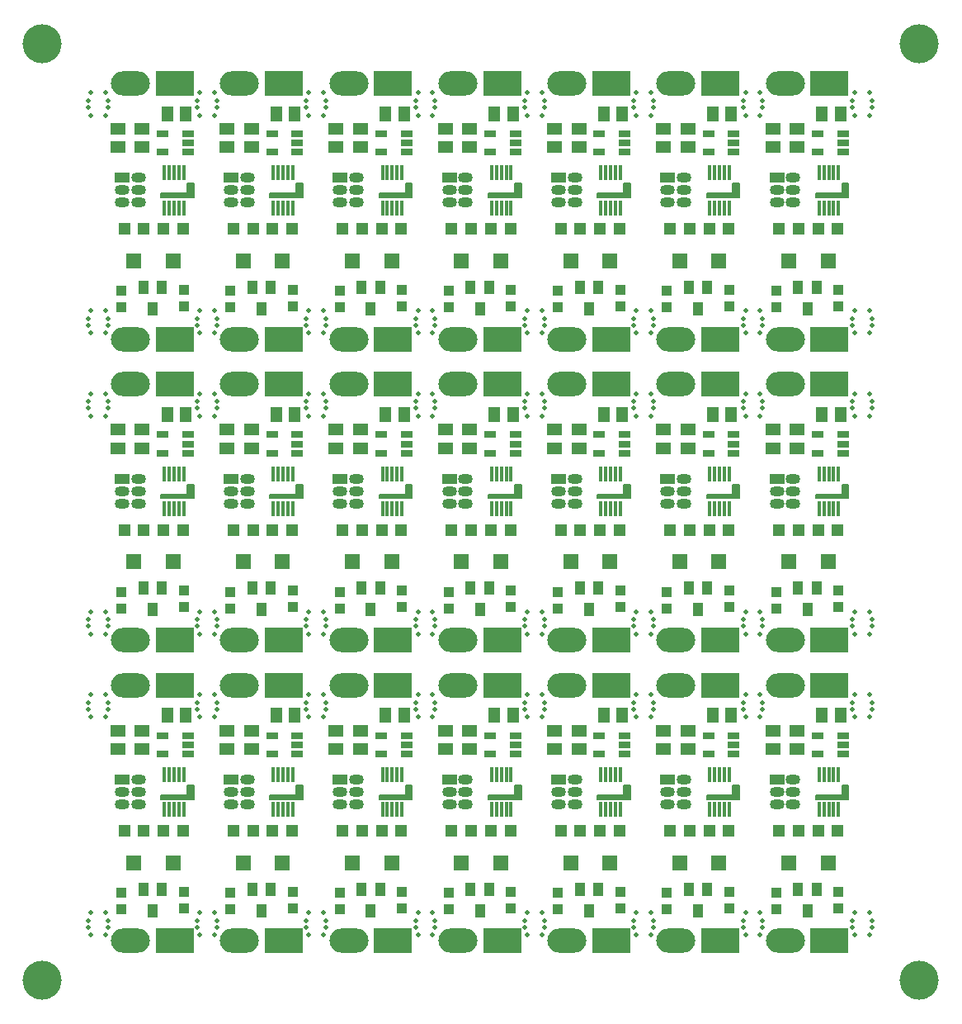
<source format=gts>
G04 (created by PCBNEW (2013-08-09 BZR 4280)-product) date Fri 09 Aug 2013 07:25:22 PM CEST*
%MOIN*%
G04 Gerber Fmt 3.4, Leading zero omitted, Abs format*
%FSLAX34Y34*%
G01*
G70*
G90*
G04 APERTURE LIST*
%ADD10C,0.005906*%
%ADD11C,0.019685*%
%ADD12R,0.049213X0.025591*%
%ADD13R,0.039370X0.055118*%
%ADD14R,0.047200X0.047200*%
%ADD15R,0.063000X0.059100*%
%ADD16R,0.043300X0.039300*%
%ADD17R,0.059000X0.051100*%
%ADD18R,0.051100X0.059000*%
%ADD19R,0.157480X0.098425*%
%ADD20O,0.157480X0.098425*%
%ADD21R,0.011811X0.062992*%
%ADD22R,0.059055X0.041339*%
%ADD23O,0.059055X0.041339*%
%ADD24C,0.157480*%
G04 APERTURE END LIST*
G54D10*
G54D11*
X74488Y-60049D03*
X75177Y-60639D03*
X75177Y-59734D03*
X74586Y-60639D03*
X74488Y-60324D03*
X74586Y-59734D03*
X75275Y-60324D03*
X75275Y-60049D03*
X74488Y-68848D03*
X75177Y-69438D03*
X75177Y-68533D03*
X74586Y-69438D03*
X74488Y-69124D03*
X74586Y-68533D03*
X75275Y-69124D03*
X75275Y-68848D03*
G54D12*
X78523Y-62135D03*
X78523Y-61761D03*
X78523Y-61387D03*
X77500Y-61387D03*
X77500Y-62135D03*
G54D13*
X77460Y-67588D03*
X76712Y-67588D03*
X77086Y-68454D03*
G54D14*
X78317Y-65235D03*
X77529Y-65235D03*
G54D15*
X77923Y-66515D03*
G54D14*
X76732Y-65235D03*
X75944Y-65235D03*
G54D15*
X76338Y-66515D03*
G54D16*
X78346Y-68355D03*
X78346Y-67687D03*
X75826Y-67727D03*
X75826Y-68395D03*
G54D17*
X76673Y-61938D03*
X76673Y-61190D03*
G54D18*
X77677Y-60580D03*
X78425Y-60580D03*
G54D17*
X75688Y-61938D03*
X75688Y-61190D03*
G54D19*
X77980Y-69675D03*
G54D20*
X76192Y-69675D03*
G54D19*
X77980Y-59360D03*
G54D20*
X76192Y-59360D03*
G54D21*
X77559Y-64379D03*
X77755Y-64379D03*
X77952Y-64379D03*
X78149Y-64379D03*
X78346Y-64379D03*
X78346Y-62962D03*
X78149Y-62962D03*
X77952Y-62962D03*
X77755Y-62962D03*
X77559Y-62962D03*
G54D22*
X75852Y-63171D03*
G54D23*
X76509Y-63171D03*
X75852Y-63671D03*
X76509Y-63671D03*
X75852Y-64171D03*
X76509Y-64171D03*
G54D11*
X74488Y-47903D03*
X75177Y-48494D03*
X75177Y-47588D03*
X74586Y-48494D03*
X74488Y-48179D03*
X74586Y-47588D03*
X75275Y-48179D03*
X75275Y-47903D03*
X74488Y-56702D03*
X75177Y-57293D03*
X75177Y-56387D03*
X74586Y-57293D03*
X74488Y-56978D03*
X74586Y-56387D03*
X75275Y-56978D03*
X75275Y-56702D03*
G54D12*
X78523Y-49990D03*
X78523Y-49616D03*
X78523Y-49242D03*
X77500Y-49242D03*
X77500Y-49990D03*
G54D13*
X77460Y-55442D03*
X76712Y-55442D03*
X77086Y-56309D03*
G54D14*
X78317Y-53090D03*
X77529Y-53090D03*
G54D15*
X77923Y-54370D03*
G54D14*
X76732Y-53090D03*
X75944Y-53090D03*
G54D15*
X76338Y-54370D03*
G54D16*
X78346Y-56209D03*
X78346Y-55541D03*
X75826Y-55581D03*
X75826Y-56249D03*
G54D17*
X76673Y-49793D03*
X76673Y-49045D03*
G54D18*
X77677Y-48435D03*
X78425Y-48435D03*
G54D17*
X75688Y-49793D03*
X75688Y-49045D03*
G54D19*
X77980Y-57529D03*
G54D20*
X76192Y-57529D03*
G54D19*
X77980Y-47214D03*
G54D20*
X76192Y-47214D03*
G54D21*
X77559Y-52234D03*
X77755Y-52234D03*
X77952Y-52234D03*
X78149Y-52234D03*
X78346Y-52234D03*
X78346Y-50816D03*
X78149Y-50816D03*
X77952Y-50816D03*
X77755Y-50816D03*
X77559Y-50816D03*
G54D22*
X75852Y-51025D03*
G54D23*
X76509Y-51025D03*
X75852Y-51525D03*
X76509Y-51525D03*
X75852Y-52025D03*
X76509Y-52025D03*
G54D11*
X74488Y-35757D03*
X75177Y-36348D03*
X75177Y-35442D03*
X74586Y-36348D03*
X74488Y-36033D03*
X74586Y-35442D03*
X75275Y-36033D03*
X75275Y-35757D03*
X74488Y-44557D03*
X75177Y-45147D03*
X75177Y-44242D03*
X74586Y-45147D03*
X74488Y-44832D03*
X74586Y-44242D03*
X75275Y-44832D03*
X75275Y-44557D03*
G54D12*
X78523Y-37844D03*
X78523Y-37470D03*
X78523Y-37096D03*
X77500Y-37096D03*
X77500Y-37844D03*
G54D13*
X77460Y-43297D03*
X76712Y-43297D03*
X77086Y-44163D03*
G54D14*
X78317Y-40944D03*
X77529Y-40944D03*
G54D15*
X77923Y-42224D03*
G54D14*
X76732Y-40944D03*
X75944Y-40944D03*
G54D15*
X76338Y-42224D03*
G54D16*
X78346Y-44064D03*
X78346Y-43396D03*
X75826Y-43435D03*
X75826Y-44103D03*
G54D17*
X76673Y-37647D03*
X76673Y-36899D03*
G54D18*
X77677Y-36289D03*
X78425Y-36289D03*
G54D17*
X75688Y-37647D03*
X75688Y-36899D03*
G54D19*
X77980Y-45383D03*
G54D20*
X76192Y-45383D03*
G54D19*
X77980Y-35068D03*
G54D20*
X76192Y-35068D03*
G54D21*
X77559Y-40088D03*
X77755Y-40088D03*
X77952Y-40088D03*
X78149Y-40088D03*
X78346Y-40088D03*
X78346Y-38671D03*
X78149Y-38671D03*
X77952Y-38671D03*
X77755Y-38671D03*
X77559Y-38671D03*
G54D22*
X75852Y-38879D03*
G54D23*
X76509Y-38879D03*
X75852Y-39379D03*
X76509Y-39379D03*
X75852Y-39879D03*
X76509Y-39879D03*
G54D22*
X80261Y-38879D03*
G54D23*
X80919Y-38879D03*
X80261Y-39379D03*
X80919Y-39379D03*
X80261Y-39879D03*
X80919Y-39879D03*
G54D21*
X81968Y-40088D03*
X82165Y-40088D03*
X82362Y-40088D03*
X82559Y-40088D03*
X82755Y-40088D03*
X82755Y-38671D03*
X82559Y-38671D03*
X82362Y-38671D03*
X82165Y-38671D03*
X81968Y-38671D03*
G54D19*
X82389Y-35068D03*
G54D20*
X80602Y-35068D03*
G54D19*
X82389Y-45383D03*
G54D20*
X80602Y-45383D03*
G54D17*
X80098Y-37647D03*
X80098Y-36899D03*
G54D18*
X82086Y-36289D03*
X82834Y-36289D03*
G54D17*
X81082Y-37647D03*
X81082Y-36899D03*
G54D16*
X80236Y-43435D03*
X80236Y-44103D03*
X82755Y-44064D03*
X82755Y-43396D03*
G54D14*
X81142Y-40944D03*
X80354Y-40944D03*
G54D15*
X80748Y-42224D03*
G54D14*
X82726Y-40944D03*
X81938Y-40944D03*
G54D15*
X82332Y-42224D03*
G54D13*
X81870Y-43297D03*
X81122Y-43297D03*
X81496Y-44163D03*
G54D12*
X82933Y-37844D03*
X82933Y-37470D03*
X82933Y-37096D03*
X81909Y-37096D03*
X81909Y-37844D03*
G54D11*
X78897Y-44557D03*
X79586Y-45147D03*
X79586Y-44242D03*
X78996Y-45147D03*
X78897Y-44832D03*
X78996Y-44242D03*
X79685Y-44832D03*
X79685Y-44557D03*
X78897Y-35757D03*
X79586Y-36348D03*
X79586Y-35442D03*
X78996Y-36348D03*
X78897Y-36033D03*
X78996Y-35442D03*
X79685Y-36033D03*
X79685Y-35757D03*
G54D22*
X80261Y-51025D03*
G54D23*
X80919Y-51025D03*
X80261Y-51525D03*
X80919Y-51525D03*
X80261Y-52025D03*
X80919Y-52025D03*
G54D21*
X81968Y-52234D03*
X82165Y-52234D03*
X82362Y-52234D03*
X82559Y-52234D03*
X82755Y-52234D03*
X82755Y-50816D03*
X82559Y-50816D03*
X82362Y-50816D03*
X82165Y-50816D03*
X81968Y-50816D03*
G54D19*
X82389Y-47214D03*
G54D20*
X80602Y-47214D03*
G54D19*
X82389Y-57529D03*
G54D20*
X80602Y-57529D03*
G54D17*
X80098Y-49793D03*
X80098Y-49045D03*
G54D18*
X82086Y-48435D03*
X82834Y-48435D03*
G54D17*
X81082Y-49793D03*
X81082Y-49045D03*
G54D16*
X80236Y-55581D03*
X80236Y-56249D03*
X82755Y-56209D03*
X82755Y-55541D03*
G54D14*
X81142Y-53090D03*
X80354Y-53090D03*
G54D15*
X80748Y-54370D03*
G54D14*
X82726Y-53090D03*
X81938Y-53090D03*
G54D15*
X82332Y-54370D03*
G54D13*
X81870Y-55442D03*
X81122Y-55442D03*
X81496Y-56309D03*
G54D12*
X82933Y-49990D03*
X82933Y-49616D03*
X82933Y-49242D03*
X81909Y-49242D03*
X81909Y-49990D03*
G54D11*
X78897Y-56702D03*
X79586Y-57293D03*
X79586Y-56387D03*
X78996Y-57293D03*
X78897Y-56978D03*
X78996Y-56387D03*
X79685Y-56978D03*
X79685Y-56702D03*
X78897Y-47903D03*
X79586Y-48494D03*
X79586Y-47588D03*
X78996Y-48494D03*
X78897Y-48179D03*
X78996Y-47588D03*
X79685Y-48179D03*
X79685Y-47903D03*
G54D22*
X80261Y-63171D03*
G54D23*
X80919Y-63171D03*
X80261Y-63671D03*
X80919Y-63671D03*
X80261Y-64171D03*
X80919Y-64171D03*
G54D21*
X81968Y-64379D03*
X82165Y-64379D03*
X82362Y-64379D03*
X82559Y-64379D03*
X82755Y-64379D03*
X82755Y-62962D03*
X82559Y-62962D03*
X82362Y-62962D03*
X82165Y-62962D03*
X81968Y-62962D03*
G54D19*
X82389Y-59360D03*
G54D20*
X80602Y-59360D03*
G54D19*
X82389Y-69675D03*
G54D20*
X80602Y-69675D03*
G54D17*
X80098Y-61938D03*
X80098Y-61190D03*
G54D18*
X82086Y-60580D03*
X82834Y-60580D03*
G54D17*
X81082Y-61938D03*
X81082Y-61190D03*
G54D16*
X80236Y-67727D03*
X80236Y-68395D03*
X82755Y-68355D03*
X82755Y-67687D03*
G54D14*
X81142Y-65235D03*
X80354Y-65235D03*
G54D15*
X80748Y-66515D03*
G54D14*
X82726Y-65235D03*
X81938Y-65235D03*
G54D15*
X82332Y-66515D03*
G54D13*
X81870Y-67588D03*
X81122Y-67588D03*
X81496Y-68454D03*
G54D12*
X82933Y-62135D03*
X82933Y-61761D03*
X82933Y-61387D03*
X81909Y-61387D03*
X81909Y-62135D03*
G54D11*
X78897Y-68848D03*
X79586Y-69438D03*
X79586Y-68533D03*
X78996Y-69438D03*
X78897Y-69124D03*
X78996Y-68533D03*
X79685Y-69124D03*
X79685Y-68848D03*
X78897Y-60049D03*
X79586Y-60639D03*
X79586Y-59734D03*
X78996Y-60639D03*
X78897Y-60324D03*
X78996Y-59734D03*
X79685Y-60324D03*
X79685Y-60049D03*
X83307Y-60049D03*
X83996Y-60639D03*
X83996Y-59734D03*
X83405Y-60639D03*
X83307Y-60324D03*
X83405Y-59734D03*
X84094Y-60324D03*
X84094Y-60049D03*
X83307Y-68848D03*
X83996Y-69438D03*
X83996Y-68533D03*
X83405Y-69438D03*
X83307Y-69124D03*
X83405Y-68533D03*
X84094Y-69124D03*
X84094Y-68848D03*
G54D12*
X87342Y-62135D03*
X87342Y-61761D03*
X87342Y-61387D03*
X86318Y-61387D03*
X86318Y-62135D03*
G54D13*
X86279Y-67588D03*
X85531Y-67588D03*
X85905Y-68454D03*
G54D14*
X87136Y-65235D03*
X86348Y-65235D03*
G54D15*
X86742Y-66515D03*
G54D14*
X85551Y-65235D03*
X84763Y-65235D03*
G54D15*
X85157Y-66515D03*
G54D16*
X87165Y-68355D03*
X87165Y-67687D03*
X84645Y-67727D03*
X84645Y-68395D03*
G54D17*
X85492Y-61938D03*
X85492Y-61190D03*
G54D18*
X86496Y-60580D03*
X87244Y-60580D03*
G54D17*
X84507Y-61938D03*
X84507Y-61190D03*
G54D19*
X86799Y-69675D03*
G54D20*
X85011Y-69675D03*
G54D19*
X86799Y-59360D03*
G54D20*
X85011Y-59360D03*
G54D21*
X86377Y-64379D03*
X86574Y-64379D03*
X86771Y-64379D03*
X86968Y-64379D03*
X87165Y-64379D03*
X87165Y-62962D03*
X86968Y-62962D03*
X86771Y-62962D03*
X86574Y-62962D03*
X86377Y-62962D03*
G54D22*
X84671Y-63171D03*
G54D23*
X85328Y-63171D03*
X84671Y-63671D03*
X85328Y-63671D03*
X84671Y-64171D03*
X85328Y-64171D03*
G54D11*
X83307Y-47903D03*
X83996Y-48494D03*
X83996Y-47588D03*
X83405Y-48494D03*
X83307Y-48179D03*
X83405Y-47588D03*
X84094Y-48179D03*
X84094Y-47903D03*
X83307Y-56702D03*
X83996Y-57293D03*
X83996Y-56387D03*
X83405Y-57293D03*
X83307Y-56978D03*
X83405Y-56387D03*
X84094Y-56978D03*
X84094Y-56702D03*
G54D12*
X87342Y-49990D03*
X87342Y-49616D03*
X87342Y-49242D03*
X86318Y-49242D03*
X86318Y-49990D03*
G54D13*
X86279Y-55442D03*
X85531Y-55442D03*
X85905Y-56309D03*
G54D14*
X87136Y-53090D03*
X86348Y-53090D03*
G54D15*
X86742Y-54370D03*
G54D14*
X85551Y-53090D03*
X84763Y-53090D03*
G54D15*
X85157Y-54370D03*
G54D16*
X87165Y-56209D03*
X87165Y-55541D03*
X84645Y-55581D03*
X84645Y-56249D03*
G54D17*
X85492Y-49793D03*
X85492Y-49045D03*
G54D18*
X86496Y-48435D03*
X87244Y-48435D03*
G54D17*
X84507Y-49793D03*
X84507Y-49045D03*
G54D19*
X86799Y-57529D03*
G54D20*
X85011Y-57529D03*
G54D19*
X86799Y-47214D03*
G54D20*
X85011Y-47214D03*
G54D21*
X86377Y-52234D03*
X86574Y-52234D03*
X86771Y-52234D03*
X86968Y-52234D03*
X87165Y-52234D03*
X87165Y-50816D03*
X86968Y-50816D03*
X86771Y-50816D03*
X86574Y-50816D03*
X86377Y-50816D03*
G54D22*
X84671Y-51025D03*
G54D23*
X85328Y-51025D03*
X84671Y-51525D03*
X85328Y-51525D03*
X84671Y-52025D03*
X85328Y-52025D03*
G54D11*
X83307Y-35757D03*
X83996Y-36348D03*
X83996Y-35442D03*
X83405Y-36348D03*
X83307Y-36033D03*
X83405Y-35442D03*
X84094Y-36033D03*
X84094Y-35757D03*
X83307Y-44557D03*
X83996Y-45147D03*
X83996Y-44242D03*
X83405Y-45147D03*
X83307Y-44832D03*
X83405Y-44242D03*
X84094Y-44832D03*
X84094Y-44557D03*
G54D12*
X87342Y-37844D03*
X87342Y-37470D03*
X87342Y-37096D03*
X86318Y-37096D03*
X86318Y-37844D03*
G54D13*
X86279Y-43297D03*
X85531Y-43297D03*
X85905Y-44163D03*
G54D14*
X87136Y-40944D03*
X86348Y-40944D03*
G54D15*
X86742Y-42224D03*
G54D14*
X85551Y-40944D03*
X84763Y-40944D03*
G54D15*
X85157Y-42224D03*
G54D16*
X87165Y-44064D03*
X87165Y-43396D03*
X84645Y-43435D03*
X84645Y-44103D03*
G54D17*
X85492Y-37647D03*
X85492Y-36899D03*
G54D18*
X86496Y-36289D03*
X87244Y-36289D03*
G54D17*
X84507Y-37647D03*
X84507Y-36899D03*
G54D19*
X86799Y-45383D03*
G54D20*
X85011Y-45383D03*
G54D19*
X86799Y-35068D03*
G54D20*
X85011Y-35068D03*
G54D21*
X86377Y-40088D03*
X86574Y-40088D03*
X86771Y-40088D03*
X86968Y-40088D03*
X87165Y-40088D03*
X87165Y-38671D03*
X86968Y-38671D03*
X86771Y-38671D03*
X86574Y-38671D03*
X86377Y-38671D03*
G54D22*
X84671Y-38879D03*
G54D23*
X85328Y-38879D03*
X84671Y-39379D03*
X85328Y-39379D03*
X84671Y-39879D03*
X85328Y-39879D03*
G54D22*
X93490Y-38879D03*
G54D23*
X94147Y-38879D03*
X93490Y-39379D03*
X94147Y-39379D03*
X93490Y-39879D03*
X94147Y-39879D03*
G54D21*
X95196Y-40088D03*
X95393Y-40088D03*
X95590Y-40088D03*
X95787Y-40088D03*
X95984Y-40088D03*
X95984Y-38671D03*
X95787Y-38671D03*
X95590Y-38671D03*
X95393Y-38671D03*
X95196Y-38671D03*
G54D19*
X95618Y-35068D03*
G54D20*
X93830Y-35068D03*
G54D19*
X95618Y-45383D03*
G54D20*
X93830Y-45383D03*
G54D17*
X93326Y-37647D03*
X93326Y-36899D03*
G54D18*
X95314Y-36289D03*
X96062Y-36289D03*
G54D17*
X94311Y-37647D03*
X94311Y-36899D03*
G54D16*
X93464Y-43435D03*
X93464Y-44103D03*
X95984Y-44064D03*
X95984Y-43396D03*
G54D14*
X94370Y-40944D03*
X93582Y-40944D03*
G54D15*
X93976Y-42224D03*
G54D14*
X95955Y-40944D03*
X95167Y-40944D03*
G54D15*
X95561Y-42224D03*
G54D13*
X95098Y-43297D03*
X94350Y-43297D03*
X94724Y-44163D03*
G54D12*
X96161Y-37844D03*
X96161Y-37470D03*
X96161Y-37096D03*
X95137Y-37096D03*
X95137Y-37844D03*
G54D11*
X96535Y-44557D03*
X97224Y-45147D03*
X97224Y-44242D03*
X96633Y-45147D03*
X96535Y-44832D03*
X96633Y-44242D03*
X97322Y-44832D03*
X97322Y-44557D03*
G54D22*
X93490Y-51025D03*
G54D23*
X94147Y-51025D03*
X93490Y-51525D03*
X94147Y-51525D03*
X93490Y-52025D03*
X94147Y-52025D03*
G54D21*
X95196Y-52234D03*
X95393Y-52234D03*
X95590Y-52234D03*
X95787Y-52234D03*
X95984Y-52234D03*
X95984Y-50816D03*
X95787Y-50816D03*
X95590Y-50816D03*
X95393Y-50816D03*
X95196Y-50816D03*
G54D19*
X95618Y-47214D03*
G54D20*
X93830Y-47214D03*
G54D19*
X95618Y-57529D03*
G54D20*
X93830Y-57529D03*
G54D17*
X93326Y-49793D03*
X93326Y-49045D03*
G54D18*
X95314Y-48435D03*
X96062Y-48435D03*
G54D17*
X94311Y-49793D03*
X94311Y-49045D03*
G54D16*
X93464Y-55581D03*
X93464Y-56249D03*
X95984Y-56209D03*
X95984Y-55541D03*
G54D14*
X94370Y-53090D03*
X93582Y-53090D03*
G54D15*
X93976Y-54370D03*
G54D14*
X95955Y-53090D03*
X95167Y-53090D03*
G54D15*
X95561Y-54370D03*
G54D13*
X95098Y-55442D03*
X94350Y-55442D03*
X94724Y-56309D03*
G54D12*
X96161Y-49990D03*
X96161Y-49616D03*
X96161Y-49242D03*
X95137Y-49242D03*
X95137Y-49990D03*
G54D11*
X96535Y-47903D03*
X97224Y-48494D03*
X97224Y-47588D03*
X96633Y-48494D03*
X96535Y-48179D03*
X96633Y-47588D03*
X97322Y-48179D03*
X97322Y-47903D03*
G54D22*
X93490Y-63171D03*
G54D23*
X94147Y-63171D03*
X93490Y-63671D03*
X94147Y-63671D03*
X93490Y-64171D03*
X94147Y-64171D03*
G54D21*
X95196Y-64379D03*
X95393Y-64379D03*
X95590Y-64379D03*
X95787Y-64379D03*
X95984Y-64379D03*
X95984Y-62962D03*
X95787Y-62962D03*
X95590Y-62962D03*
X95393Y-62962D03*
X95196Y-62962D03*
G54D19*
X95618Y-59360D03*
G54D20*
X93830Y-59360D03*
G54D19*
X95618Y-69675D03*
G54D20*
X93830Y-69675D03*
G54D17*
X93326Y-61938D03*
X93326Y-61190D03*
G54D18*
X95314Y-60580D03*
X96062Y-60580D03*
G54D17*
X94311Y-61938D03*
X94311Y-61190D03*
G54D16*
X93464Y-67727D03*
X93464Y-68395D03*
X95984Y-68355D03*
X95984Y-67687D03*
G54D14*
X94370Y-65235D03*
X93582Y-65235D03*
G54D15*
X93976Y-66515D03*
G54D14*
X95955Y-65235D03*
X95167Y-65235D03*
G54D15*
X95561Y-66515D03*
G54D13*
X95098Y-67588D03*
X94350Y-67588D03*
X94724Y-68454D03*
G54D12*
X96161Y-62135D03*
X96161Y-61761D03*
X96161Y-61387D03*
X95137Y-61387D03*
X95137Y-62135D03*
G54D11*
X92125Y-60049D03*
X92814Y-60639D03*
X92814Y-59734D03*
X92224Y-60639D03*
X92125Y-60324D03*
X92224Y-59734D03*
X92913Y-60324D03*
X92913Y-60049D03*
X87716Y-60049D03*
X88405Y-60639D03*
X88405Y-59734D03*
X87814Y-60639D03*
X87716Y-60324D03*
X87814Y-59734D03*
X88503Y-60324D03*
X88503Y-60049D03*
X92125Y-68848D03*
X92814Y-69438D03*
X92814Y-68533D03*
X92224Y-69438D03*
X92125Y-69124D03*
X92224Y-68533D03*
X92913Y-69124D03*
X92913Y-68848D03*
X87716Y-68848D03*
X88405Y-69438D03*
X88405Y-68533D03*
X87814Y-69438D03*
X87716Y-69124D03*
X87814Y-68533D03*
X88503Y-69124D03*
X88503Y-68848D03*
G54D12*
X91751Y-62135D03*
X91751Y-61761D03*
X91751Y-61387D03*
X90728Y-61387D03*
X90728Y-62135D03*
G54D13*
X90688Y-67588D03*
X89940Y-67588D03*
X90314Y-68454D03*
G54D14*
X91545Y-65235D03*
X90757Y-65235D03*
G54D15*
X91151Y-66515D03*
G54D14*
X89960Y-65235D03*
X89172Y-65235D03*
G54D15*
X89566Y-66515D03*
G54D16*
X91574Y-68355D03*
X91574Y-67687D03*
X89055Y-67727D03*
X89055Y-68395D03*
G54D17*
X89901Y-61938D03*
X89901Y-61190D03*
G54D18*
X90905Y-60580D03*
X91653Y-60580D03*
G54D17*
X88917Y-61938D03*
X88917Y-61190D03*
G54D19*
X91208Y-69675D03*
G54D20*
X89421Y-69675D03*
G54D19*
X91208Y-59360D03*
G54D20*
X89421Y-59360D03*
G54D21*
X90787Y-64379D03*
X90984Y-64379D03*
X91181Y-64379D03*
X91377Y-64379D03*
X91574Y-64379D03*
X91574Y-62962D03*
X91377Y-62962D03*
X91181Y-62962D03*
X90984Y-62962D03*
X90787Y-62962D03*
G54D22*
X89080Y-63171D03*
G54D23*
X89738Y-63171D03*
X89080Y-63671D03*
X89738Y-63671D03*
X89080Y-64171D03*
X89738Y-64171D03*
G54D11*
X92125Y-47903D03*
X92814Y-48494D03*
X92814Y-47588D03*
X92224Y-48494D03*
X92125Y-48179D03*
X92224Y-47588D03*
X92913Y-48179D03*
X92913Y-47903D03*
X87716Y-47903D03*
X88405Y-48494D03*
X88405Y-47588D03*
X87814Y-48494D03*
X87716Y-48179D03*
X87814Y-47588D03*
X88503Y-48179D03*
X88503Y-47903D03*
X92125Y-56702D03*
X92814Y-57293D03*
X92814Y-56387D03*
X92224Y-57293D03*
X92125Y-56978D03*
X92224Y-56387D03*
X92913Y-56978D03*
X92913Y-56702D03*
X87716Y-56702D03*
X88405Y-57293D03*
X88405Y-56387D03*
X87814Y-57293D03*
X87716Y-56978D03*
X87814Y-56387D03*
X88503Y-56978D03*
X88503Y-56702D03*
G54D12*
X91751Y-49990D03*
X91751Y-49616D03*
X91751Y-49242D03*
X90728Y-49242D03*
X90728Y-49990D03*
G54D13*
X90688Y-55442D03*
X89940Y-55442D03*
X90314Y-56309D03*
G54D14*
X91545Y-53090D03*
X90757Y-53090D03*
G54D15*
X91151Y-54370D03*
G54D14*
X89960Y-53090D03*
X89172Y-53090D03*
G54D15*
X89566Y-54370D03*
G54D16*
X91574Y-56209D03*
X91574Y-55541D03*
X89055Y-55581D03*
X89055Y-56249D03*
G54D17*
X89901Y-49793D03*
X89901Y-49045D03*
G54D18*
X90905Y-48435D03*
X91653Y-48435D03*
G54D17*
X88917Y-49793D03*
X88917Y-49045D03*
G54D19*
X91208Y-57529D03*
G54D20*
X89421Y-57529D03*
G54D19*
X91208Y-47214D03*
G54D20*
X89421Y-47214D03*
G54D21*
X90787Y-52234D03*
X90984Y-52234D03*
X91181Y-52234D03*
X91377Y-52234D03*
X91574Y-52234D03*
X91574Y-50816D03*
X91377Y-50816D03*
X91181Y-50816D03*
X90984Y-50816D03*
X90787Y-50816D03*
G54D22*
X89080Y-51025D03*
G54D23*
X89738Y-51025D03*
X89080Y-51525D03*
X89738Y-51525D03*
X89080Y-52025D03*
X89738Y-52025D03*
G54D11*
X92125Y-35757D03*
X92814Y-36348D03*
X92814Y-35442D03*
X92224Y-36348D03*
X92125Y-36033D03*
X92224Y-35442D03*
X92913Y-36033D03*
X92913Y-35757D03*
X87716Y-35757D03*
X88405Y-36348D03*
X88405Y-35442D03*
X87814Y-36348D03*
X87716Y-36033D03*
X87814Y-35442D03*
X88503Y-36033D03*
X88503Y-35757D03*
X92125Y-44557D03*
X92814Y-45147D03*
X92814Y-44242D03*
X92224Y-45147D03*
X92125Y-44832D03*
X92224Y-44242D03*
X92913Y-44832D03*
X92913Y-44557D03*
X87716Y-44557D03*
X88405Y-45147D03*
X88405Y-44242D03*
X87814Y-45147D03*
X87716Y-44832D03*
X87814Y-44242D03*
X88503Y-44832D03*
X88503Y-44557D03*
G54D12*
X91751Y-37844D03*
X91751Y-37470D03*
X91751Y-37096D03*
X90728Y-37096D03*
X90728Y-37844D03*
G54D13*
X90688Y-43297D03*
X89940Y-43297D03*
X90314Y-44163D03*
G54D14*
X91545Y-40944D03*
X90757Y-40944D03*
G54D15*
X91151Y-42224D03*
G54D14*
X89960Y-40944D03*
X89172Y-40944D03*
G54D15*
X89566Y-42224D03*
G54D16*
X91574Y-44064D03*
X91574Y-43396D03*
X89055Y-43435D03*
X89055Y-44103D03*
G54D17*
X89901Y-37647D03*
X89901Y-36899D03*
G54D18*
X90905Y-36289D03*
X91653Y-36289D03*
G54D17*
X88917Y-37647D03*
X88917Y-36899D03*
G54D19*
X91208Y-45383D03*
G54D20*
X89421Y-45383D03*
G54D19*
X91208Y-35068D03*
G54D20*
X89421Y-35068D03*
G54D21*
X90787Y-40088D03*
X90984Y-40088D03*
X91181Y-40088D03*
X91377Y-40088D03*
X91574Y-40088D03*
X91574Y-38671D03*
X91377Y-38671D03*
X91181Y-38671D03*
X90984Y-38671D03*
X90787Y-38671D03*
G54D22*
X89080Y-38879D03*
G54D23*
X89738Y-38879D03*
X89080Y-39379D03*
X89738Y-39379D03*
X89080Y-39879D03*
X89738Y-39879D03*
G54D22*
X97899Y-38879D03*
G54D23*
X98557Y-38879D03*
X97899Y-39379D03*
X98557Y-39379D03*
X97899Y-39879D03*
X98557Y-39879D03*
G54D21*
X99606Y-40088D03*
X99803Y-40088D03*
X100000Y-40088D03*
X100196Y-40088D03*
X100393Y-40088D03*
X100393Y-38671D03*
X100196Y-38671D03*
X100000Y-38671D03*
X99803Y-38671D03*
X99606Y-38671D03*
G54D19*
X100027Y-35068D03*
G54D20*
X98240Y-35068D03*
G54D19*
X100027Y-45383D03*
G54D20*
X98240Y-45383D03*
G54D17*
X97736Y-37647D03*
X97736Y-36899D03*
G54D18*
X99724Y-36289D03*
X100472Y-36289D03*
G54D17*
X98720Y-37647D03*
X98720Y-36899D03*
G54D16*
X97874Y-43435D03*
X97874Y-44103D03*
X100393Y-44064D03*
X100393Y-43396D03*
G54D14*
X98779Y-40944D03*
X97991Y-40944D03*
G54D15*
X98385Y-42224D03*
G54D14*
X100364Y-40944D03*
X99576Y-40944D03*
G54D15*
X99970Y-42224D03*
G54D13*
X99507Y-43297D03*
X98759Y-43297D03*
X99133Y-44163D03*
G54D12*
X100570Y-37844D03*
X100570Y-37470D03*
X100570Y-37096D03*
X99547Y-37096D03*
X99547Y-37844D03*
G54D11*
X96535Y-44557D03*
X97224Y-45147D03*
X97224Y-44242D03*
X96633Y-45147D03*
X96535Y-44832D03*
X96633Y-44242D03*
X97322Y-44832D03*
X97322Y-44557D03*
X100944Y-44557D03*
X101633Y-45147D03*
X101633Y-44242D03*
X101043Y-45147D03*
X100944Y-44832D03*
X101043Y-44242D03*
X101732Y-44832D03*
X101732Y-44557D03*
X96535Y-35757D03*
X97224Y-36348D03*
X97224Y-35442D03*
X96633Y-36348D03*
X96535Y-36033D03*
X96633Y-35442D03*
X97322Y-36033D03*
X97322Y-35757D03*
G54D22*
X97899Y-51025D03*
G54D23*
X98557Y-51025D03*
X97899Y-51525D03*
X98557Y-51525D03*
X97899Y-52025D03*
X98557Y-52025D03*
G54D21*
X99606Y-52234D03*
X99803Y-52234D03*
X100000Y-52234D03*
X100196Y-52234D03*
X100393Y-52234D03*
X100393Y-50816D03*
X100196Y-50816D03*
X100000Y-50816D03*
X99803Y-50816D03*
X99606Y-50816D03*
G54D19*
X100027Y-47214D03*
G54D20*
X98240Y-47214D03*
G54D19*
X100027Y-57529D03*
G54D20*
X98240Y-57529D03*
G54D17*
X97736Y-49793D03*
X97736Y-49045D03*
G54D18*
X99724Y-48435D03*
X100472Y-48435D03*
G54D17*
X98720Y-49793D03*
X98720Y-49045D03*
G54D16*
X97874Y-55581D03*
X97874Y-56249D03*
X100393Y-56209D03*
X100393Y-55541D03*
G54D14*
X98779Y-53090D03*
X97991Y-53090D03*
G54D15*
X98385Y-54370D03*
G54D14*
X100364Y-53090D03*
X99576Y-53090D03*
G54D15*
X99970Y-54370D03*
G54D13*
X99507Y-55442D03*
X98759Y-55442D03*
X99133Y-56309D03*
G54D12*
X100570Y-49990D03*
X100570Y-49616D03*
X100570Y-49242D03*
X99547Y-49242D03*
X99547Y-49990D03*
G54D11*
X96535Y-56702D03*
X97224Y-57293D03*
X97224Y-56387D03*
X96633Y-57293D03*
X96535Y-56978D03*
X96633Y-56387D03*
X97322Y-56978D03*
X97322Y-56702D03*
X96535Y-47903D03*
X97224Y-48494D03*
X97224Y-47588D03*
X96633Y-48494D03*
X96535Y-48179D03*
X96633Y-47588D03*
X97322Y-48179D03*
X97322Y-47903D03*
X100944Y-47903D03*
X101633Y-48494D03*
X101633Y-47588D03*
X101043Y-48494D03*
X100944Y-48179D03*
X101043Y-47588D03*
X101732Y-48179D03*
X101732Y-47903D03*
G54D22*
X97899Y-63171D03*
G54D23*
X98557Y-63171D03*
X97899Y-63671D03*
X98557Y-63671D03*
X97899Y-64171D03*
X98557Y-64171D03*
G54D21*
X99606Y-64379D03*
X99803Y-64379D03*
X100000Y-64379D03*
X100196Y-64379D03*
X100393Y-64379D03*
X100393Y-62962D03*
X100196Y-62962D03*
X100000Y-62962D03*
X99803Y-62962D03*
X99606Y-62962D03*
G54D19*
X100027Y-59360D03*
G54D20*
X98240Y-59360D03*
G54D19*
X100027Y-69675D03*
G54D20*
X98240Y-69675D03*
G54D17*
X97736Y-61938D03*
X97736Y-61190D03*
G54D18*
X99724Y-60580D03*
X100472Y-60580D03*
G54D17*
X98720Y-61938D03*
X98720Y-61190D03*
G54D16*
X97874Y-67727D03*
X97874Y-68395D03*
X100393Y-68355D03*
X100393Y-67687D03*
G54D14*
X98779Y-65235D03*
X97991Y-65235D03*
G54D15*
X98385Y-66515D03*
G54D14*
X100364Y-65235D03*
X99576Y-65235D03*
G54D15*
X99970Y-66515D03*
G54D13*
X99507Y-67588D03*
X98759Y-67588D03*
X99133Y-68454D03*
G54D12*
X100570Y-62135D03*
X100570Y-61761D03*
X100570Y-61387D03*
X99547Y-61387D03*
X99547Y-62135D03*
G54D11*
X96535Y-68848D03*
X97224Y-69438D03*
X97224Y-68533D03*
X96633Y-69438D03*
X96535Y-69124D03*
X96633Y-68533D03*
X97322Y-69124D03*
X97322Y-68848D03*
X96535Y-60049D03*
X97224Y-60639D03*
X97224Y-59734D03*
X96633Y-60639D03*
X96535Y-60324D03*
X96633Y-59734D03*
X97322Y-60324D03*
X97322Y-60049D03*
X105354Y-60049D03*
X106043Y-60639D03*
X106043Y-59734D03*
X105452Y-60639D03*
X105354Y-60324D03*
X105452Y-59734D03*
X106141Y-60324D03*
X106141Y-60049D03*
X100944Y-60049D03*
X101633Y-60639D03*
X101633Y-59734D03*
X101043Y-60639D03*
X100944Y-60324D03*
X101043Y-59734D03*
X101732Y-60324D03*
X101732Y-60049D03*
X105354Y-68848D03*
X106043Y-69438D03*
X106043Y-68533D03*
X105452Y-69438D03*
X105354Y-69124D03*
X105452Y-68533D03*
X106141Y-69124D03*
X106141Y-68848D03*
X100944Y-68848D03*
X101633Y-69438D03*
X101633Y-68533D03*
X101043Y-69438D03*
X100944Y-69124D03*
X101043Y-68533D03*
X101732Y-69124D03*
X101732Y-68848D03*
G54D12*
X104980Y-62135D03*
X104980Y-61761D03*
X104980Y-61387D03*
X103956Y-61387D03*
X103956Y-62135D03*
G54D13*
X103917Y-67588D03*
X103169Y-67588D03*
X103543Y-68454D03*
G54D14*
X104773Y-65235D03*
X103985Y-65235D03*
G54D15*
X104379Y-66515D03*
G54D14*
X103189Y-65235D03*
X102401Y-65235D03*
G54D15*
X102795Y-66515D03*
G54D16*
X104803Y-68355D03*
X104803Y-67687D03*
X102283Y-67727D03*
X102283Y-68395D03*
G54D17*
X103129Y-61938D03*
X103129Y-61190D03*
G54D18*
X104133Y-60580D03*
X104881Y-60580D03*
G54D17*
X102145Y-61938D03*
X102145Y-61190D03*
G54D19*
X104437Y-69675D03*
G54D20*
X102649Y-69675D03*
G54D19*
X104437Y-59360D03*
G54D20*
X102649Y-59360D03*
G54D21*
X104015Y-64379D03*
X104212Y-64379D03*
X104409Y-64379D03*
X104606Y-64379D03*
X104803Y-64379D03*
X104803Y-62962D03*
X104606Y-62962D03*
X104409Y-62962D03*
X104212Y-62962D03*
X104015Y-62962D03*
G54D22*
X102309Y-63171D03*
G54D23*
X102966Y-63171D03*
X102309Y-63671D03*
X102966Y-63671D03*
X102309Y-64171D03*
X102966Y-64171D03*
G54D11*
X105354Y-47903D03*
X106043Y-48494D03*
X106043Y-47588D03*
X105452Y-48494D03*
X105354Y-48179D03*
X105452Y-47588D03*
X106141Y-48179D03*
X106141Y-47903D03*
X100944Y-47903D03*
X101633Y-48494D03*
X101633Y-47588D03*
X101043Y-48494D03*
X100944Y-48179D03*
X101043Y-47588D03*
X101732Y-48179D03*
X101732Y-47903D03*
X105354Y-56702D03*
X106043Y-57293D03*
X106043Y-56387D03*
X105452Y-57293D03*
X105354Y-56978D03*
X105452Y-56387D03*
X106141Y-56978D03*
X106141Y-56702D03*
X100944Y-56702D03*
X101633Y-57293D03*
X101633Y-56387D03*
X101043Y-57293D03*
X100944Y-56978D03*
X101043Y-56387D03*
X101732Y-56978D03*
X101732Y-56702D03*
G54D12*
X104980Y-49990D03*
X104980Y-49616D03*
X104980Y-49242D03*
X103956Y-49242D03*
X103956Y-49990D03*
G54D13*
X103917Y-55442D03*
X103169Y-55442D03*
X103543Y-56309D03*
G54D14*
X104773Y-53090D03*
X103985Y-53090D03*
G54D15*
X104379Y-54370D03*
G54D14*
X103189Y-53090D03*
X102401Y-53090D03*
G54D15*
X102795Y-54370D03*
G54D16*
X104803Y-56209D03*
X104803Y-55541D03*
X102283Y-55581D03*
X102283Y-56249D03*
G54D17*
X103129Y-49793D03*
X103129Y-49045D03*
G54D18*
X104133Y-48435D03*
X104881Y-48435D03*
G54D17*
X102145Y-49793D03*
X102145Y-49045D03*
G54D19*
X104437Y-57529D03*
G54D20*
X102649Y-57529D03*
G54D19*
X104437Y-47214D03*
G54D20*
X102649Y-47214D03*
G54D21*
X104015Y-52234D03*
X104212Y-52234D03*
X104409Y-52234D03*
X104606Y-52234D03*
X104803Y-52234D03*
X104803Y-50816D03*
X104606Y-50816D03*
X104409Y-50816D03*
X104212Y-50816D03*
X104015Y-50816D03*
G54D22*
X102309Y-51025D03*
G54D23*
X102966Y-51025D03*
X102309Y-51525D03*
X102966Y-51525D03*
X102309Y-52025D03*
X102966Y-52025D03*
G54D11*
X105354Y-35757D03*
X106043Y-36348D03*
X106043Y-35442D03*
X105452Y-36348D03*
X105354Y-36033D03*
X105452Y-35442D03*
X106141Y-36033D03*
X106141Y-35757D03*
X100944Y-35757D03*
X101633Y-36348D03*
X101633Y-35442D03*
X101043Y-36348D03*
X100944Y-36033D03*
X101043Y-35442D03*
X101732Y-36033D03*
X101732Y-35757D03*
X105354Y-44557D03*
X106043Y-45147D03*
X106043Y-44242D03*
X105452Y-45147D03*
X105354Y-44832D03*
X105452Y-44242D03*
X106141Y-44832D03*
X106141Y-44557D03*
X100944Y-44557D03*
X101633Y-45147D03*
X101633Y-44242D03*
X101043Y-45147D03*
X100944Y-44832D03*
X101043Y-44242D03*
X101732Y-44832D03*
X101732Y-44557D03*
G54D12*
X104980Y-37844D03*
X104980Y-37470D03*
X104980Y-37096D03*
X103956Y-37096D03*
X103956Y-37844D03*
G54D13*
X103917Y-43297D03*
X103169Y-43297D03*
X103543Y-44163D03*
G54D14*
X104773Y-40944D03*
X103985Y-40944D03*
G54D15*
X104379Y-42224D03*
G54D14*
X103189Y-40944D03*
X102401Y-40944D03*
G54D15*
X102795Y-42224D03*
G54D16*
X104803Y-44064D03*
X104803Y-43396D03*
X102283Y-43435D03*
X102283Y-44103D03*
G54D17*
X103129Y-37647D03*
X103129Y-36899D03*
G54D18*
X104133Y-36289D03*
X104881Y-36289D03*
G54D17*
X102145Y-37647D03*
X102145Y-36899D03*
G54D19*
X104437Y-45383D03*
G54D20*
X102649Y-45383D03*
G54D19*
X104437Y-35068D03*
G54D20*
X102649Y-35068D03*
G54D21*
X104015Y-40088D03*
X104212Y-40088D03*
X104409Y-40088D03*
X104606Y-40088D03*
X104803Y-40088D03*
X104803Y-38671D03*
X104606Y-38671D03*
X104409Y-38671D03*
X104212Y-38671D03*
X104015Y-38671D03*
G54D22*
X102309Y-38879D03*
G54D23*
X102966Y-38879D03*
X102309Y-39379D03*
X102966Y-39379D03*
X102309Y-39879D03*
X102966Y-39879D03*
G54D24*
X72637Y-71259D03*
X72637Y-33464D03*
X108070Y-33464D03*
X108070Y-71259D03*
G54D10*
G36*
X105206Y-39665D02*
X103887Y-39665D01*
X103887Y-39503D01*
X104946Y-39503D01*
X104946Y-39114D01*
X105206Y-39114D01*
X105206Y-39665D01*
X105206Y-39665D01*
G37*
X105206Y-39665D02*
X103887Y-39665D01*
X103887Y-39503D01*
X104946Y-39503D01*
X104946Y-39114D01*
X105206Y-39114D01*
X105206Y-39665D01*
G36*
X105206Y-51811D02*
X103887Y-51811D01*
X103887Y-51649D01*
X104946Y-51649D01*
X104946Y-51259D01*
X105206Y-51259D01*
X105206Y-51811D01*
X105206Y-51811D01*
G37*
X105206Y-51811D02*
X103887Y-51811D01*
X103887Y-51649D01*
X104946Y-51649D01*
X104946Y-51259D01*
X105206Y-51259D01*
X105206Y-51811D01*
G36*
X105206Y-63956D02*
X103887Y-63956D01*
X103887Y-63795D01*
X104946Y-63795D01*
X104946Y-63405D01*
X105206Y-63405D01*
X105206Y-63956D01*
X105206Y-63956D01*
G37*
X105206Y-63956D02*
X103887Y-63956D01*
X103887Y-63795D01*
X104946Y-63795D01*
X104946Y-63405D01*
X105206Y-63405D01*
X105206Y-63956D01*
G36*
X100797Y-39665D02*
X99478Y-39665D01*
X99478Y-39503D01*
X100537Y-39503D01*
X100537Y-39114D01*
X100797Y-39114D01*
X100797Y-39665D01*
X100797Y-39665D01*
G37*
X100797Y-39665D02*
X99478Y-39665D01*
X99478Y-39503D01*
X100537Y-39503D01*
X100537Y-39114D01*
X100797Y-39114D01*
X100797Y-39665D01*
G36*
X100797Y-51811D02*
X99478Y-51811D01*
X99478Y-51649D01*
X100537Y-51649D01*
X100537Y-51259D01*
X100797Y-51259D01*
X100797Y-51811D01*
X100797Y-51811D01*
G37*
X100797Y-51811D02*
X99478Y-51811D01*
X99478Y-51649D01*
X100537Y-51649D01*
X100537Y-51259D01*
X100797Y-51259D01*
X100797Y-51811D01*
G36*
X100797Y-63956D02*
X99478Y-63956D01*
X99478Y-63795D01*
X100537Y-63795D01*
X100537Y-63405D01*
X100797Y-63405D01*
X100797Y-63956D01*
X100797Y-63956D01*
G37*
X100797Y-63956D02*
X99478Y-63956D01*
X99478Y-63795D01*
X100537Y-63795D01*
X100537Y-63405D01*
X100797Y-63405D01*
X100797Y-63956D01*
G36*
X96387Y-39665D02*
X95068Y-39665D01*
X95068Y-39503D01*
X96127Y-39503D01*
X96127Y-39114D01*
X96387Y-39114D01*
X96387Y-39665D01*
X96387Y-39665D01*
G37*
X96387Y-39665D02*
X95068Y-39665D01*
X95068Y-39503D01*
X96127Y-39503D01*
X96127Y-39114D01*
X96387Y-39114D01*
X96387Y-39665D01*
G36*
X96387Y-51811D02*
X95068Y-51811D01*
X95068Y-51649D01*
X96127Y-51649D01*
X96127Y-51259D01*
X96387Y-51259D01*
X96387Y-51811D01*
X96387Y-51811D01*
G37*
X96387Y-51811D02*
X95068Y-51811D01*
X95068Y-51649D01*
X96127Y-51649D01*
X96127Y-51259D01*
X96387Y-51259D01*
X96387Y-51811D01*
G36*
X96387Y-63956D02*
X95068Y-63956D01*
X95068Y-63795D01*
X96127Y-63795D01*
X96127Y-63405D01*
X96387Y-63405D01*
X96387Y-63956D01*
X96387Y-63956D01*
G37*
X96387Y-63956D02*
X95068Y-63956D01*
X95068Y-63795D01*
X96127Y-63795D01*
X96127Y-63405D01*
X96387Y-63405D01*
X96387Y-63956D01*
G36*
X91978Y-39665D02*
X90659Y-39665D01*
X90659Y-39503D01*
X91718Y-39503D01*
X91718Y-39114D01*
X91978Y-39114D01*
X91978Y-39665D01*
X91978Y-39665D01*
G37*
X91978Y-39665D02*
X90659Y-39665D01*
X90659Y-39503D01*
X91718Y-39503D01*
X91718Y-39114D01*
X91978Y-39114D01*
X91978Y-39665D01*
G36*
X91978Y-51811D02*
X90659Y-51811D01*
X90659Y-51649D01*
X91718Y-51649D01*
X91718Y-51259D01*
X91978Y-51259D01*
X91978Y-51811D01*
X91978Y-51811D01*
G37*
X91978Y-51811D02*
X90659Y-51811D01*
X90659Y-51649D01*
X91718Y-51649D01*
X91718Y-51259D01*
X91978Y-51259D01*
X91978Y-51811D01*
G36*
X91978Y-63956D02*
X90659Y-63956D01*
X90659Y-63795D01*
X91718Y-63795D01*
X91718Y-63405D01*
X91978Y-63405D01*
X91978Y-63956D01*
X91978Y-63956D01*
G37*
X91978Y-63956D02*
X90659Y-63956D01*
X90659Y-63795D01*
X91718Y-63795D01*
X91718Y-63405D01*
X91978Y-63405D01*
X91978Y-63956D01*
G36*
X87568Y-39665D02*
X86250Y-39665D01*
X86250Y-39503D01*
X87309Y-39503D01*
X87309Y-39114D01*
X87568Y-39114D01*
X87568Y-39665D01*
X87568Y-39665D01*
G37*
X87568Y-39665D02*
X86250Y-39665D01*
X86250Y-39503D01*
X87309Y-39503D01*
X87309Y-39114D01*
X87568Y-39114D01*
X87568Y-39665D01*
G36*
X87568Y-51811D02*
X86250Y-51811D01*
X86250Y-51649D01*
X87309Y-51649D01*
X87309Y-51259D01*
X87568Y-51259D01*
X87568Y-51811D01*
X87568Y-51811D01*
G37*
X87568Y-51811D02*
X86250Y-51811D01*
X86250Y-51649D01*
X87309Y-51649D01*
X87309Y-51259D01*
X87568Y-51259D01*
X87568Y-51811D01*
G36*
X87568Y-63956D02*
X86250Y-63956D01*
X86250Y-63795D01*
X87309Y-63795D01*
X87309Y-63405D01*
X87568Y-63405D01*
X87568Y-63956D01*
X87568Y-63956D01*
G37*
X87568Y-63956D02*
X86250Y-63956D01*
X86250Y-63795D01*
X87309Y-63795D01*
X87309Y-63405D01*
X87568Y-63405D01*
X87568Y-63956D01*
G36*
X83159Y-39665D02*
X81840Y-39665D01*
X81840Y-39503D01*
X82899Y-39503D01*
X82899Y-39114D01*
X83159Y-39114D01*
X83159Y-39665D01*
X83159Y-39665D01*
G37*
X83159Y-39665D02*
X81840Y-39665D01*
X81840Y-39503D01*
X82899Y-39503D01*
X82899Y-39114D01*
X83159Y-39114D01*
X83159Y-39665D01*
G36*
X83159Y-51811D02*
X81840Y-51811D01*
X81840Y-51649D01*
X82899Y-51649D01*
X82899Y-51259D01*
X83159Y-51259D01*
X83159Y-51811D01*
X83159Y-51811D01*
G37*
X83159Y-51811D02*
X81840Y-51811D01*
X81840Y-51649D01*
X82899Y-51649D01*
X82899Y-51259D01*
X83159Y-51259D01*
X83159Y-51811D01*
G36*
X83159Y-63956D02*
X81840Y-63956D01*
X81840Y-63795D01*
X82899Y-63795D01*
X82899Y-63405D01*
X83159Y-63405D01*
X83159Y-63956D01*
X83159Y-63956D01*
G37*
X83159Y-63956D02*
X81840Y-63956D01*
X81840Y-63795D01*
X82899Y-63795D01*
X82899Y-63405D01*
X83159Y-63405D01*
X83159Y-63956D01*
G36*
X78750Y-39665D02*
X77431Y-39665D01*
X77431Y-39503D01*
X78490Y-39503D01*
X78490Y-39114D01*
X78750Y-39114D01*
X78750Y-39665D01*
X78750Y-39665D01*
G37*
X78750Y-39665D02*
X77431Y-39665D01*
X77431Y-39503D01*
X78490Y-39503D01*
X78490Y-39114D01*
X78750Y-39114D01*
X78750Y-39665D01*
G36*
X78750Y-51811D02*
X77431Y-51811D01*
X77431Y-51649D01*
X78490Y-51649D01*
X78490Y-51259D01*
X78750Y-51259D01*
X78750Y-51811D01*
X78750Y-51811D01*
G37*
X78750Y-51811D02*
X77431Y-51811D01*
X77431Y-51649D01*
X78490Y-51649D01*
X78490Y-51259D01*
X78750Y-51259D01*
X78750Y-51811D01*
G36*
X78750Y-63956D02*
X77431Y-63956D01*
X77431Y-63795D01*
X78490Y-63795D01*
X78490Y-63405D01*
X78750Y-63405D01*
X78750Y-63956D01*
X78750Y-63956D01*
G37*
X78750Y-63956D02*
X77431Y-63956D01*
X77431Y-63795D01*
X78490Y-63795D01*
X78490Y-63405D01*
X78750Y-63405D01*
X78750Y-63956D01*
M02*

</source>
